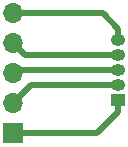
<source format=gbr>
G04 #@! TF.GenerationSoftware,KiCad,Pcbnew,5.1.5+dfsg1-2build2*
G04 #@! TF.CreationDate,2020-11-19T12:47:17+00:00*
G04 #@! TF.ProjectId,EncoderBoard_IG,456e636f-6465-4724-926f-6172645f4947,rev?*
G04 #@! TF.SameCoordinates,Original*
G04 #@! TF.FileFunction,Copper,L2,Bot*
G04 #@! TF.FilePolarity,Positive*
%FSLAX46Y46*%
G04 Gerber Fmt 4.6, Leading zero omitted, Abs format (unit mm)*
G04 Created by KiCad (PCBNEW 5.1.5+dfsg1-2build2) date 2020-11-19 12:47:17*
%MOMM*%
%LPD*%
G04 APERTURE LIST*
%ADD10R,1.700000X1.700000*%
%ADD11O,1.700000X1.700000*%
%ADD12R,1.200000X1.000000*%
%ADD13O,1.200000X1.000000*%
%ADD14C,0.500000*%
G04 APERTURE END LIST*
D10*
X143637000Y-92773500D03*
D11*
X143637000Y-90233500D03*
X143637000Y-87693500D03*
X143637000Y-85153500D03*
X143637000Y-82613500D03*
D12*
X152527000Y-89979500D03*
D13*
X152527000Y-88709500D03*
X152527000Y-87439500D03*
X152527000Y-86169500D03*
X152527000Y-84899500D03*
D14*
X144987000Y-92773500D02*
X143637000Y-92773500D01*
X150733000Y-92773500D02*
X144987000Y-92773500D01*
X152527000Y-90979500D02*
X150733000Y-92773500D01*
X152527000Y-89979500D02*
X152527000Y-90979500D01*
X145161000Y-88709500D02*
X143637000Y-90233500D01*
X152527000Y-88709500D02*
X145161000Y-88709500D01*
X143891000Y-87439500D02*
X143637000Y-87693500D01*
X152527000Y-87439500D02*
X143891000Y-87439500D01*
X144653000Y-86169500D02*
X143637000Y-85153500D01*
X152527000Y-86169500D02*
X144653000Y-86169500D01*
X151241000Y-82613500D02*
X144839081Y-82613500D01*
X144839081Y-82613500D02*
X143637000Y-82613500D01*
X152527000Y-83899500D02*
X151241000Y-82613500D01*
X152527000Y-84899500D02*
X152527000Y-83899500D01*
M02*

</source>
